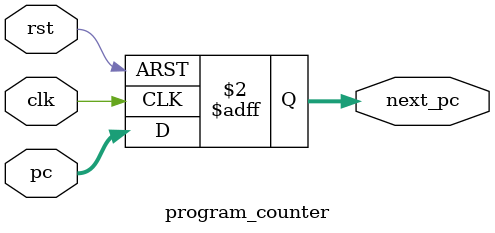
<source format=v>
`timescale 1ns / 1ps

module program_counter(input clk, input rst, input [31:0] pc, output reg [31:0] next_pc);

always @(posedge clk or posedge rst) begin
		if(rst) next_pc <= 0;
      else next_pc <= pc;
end

endmodule
</source>
